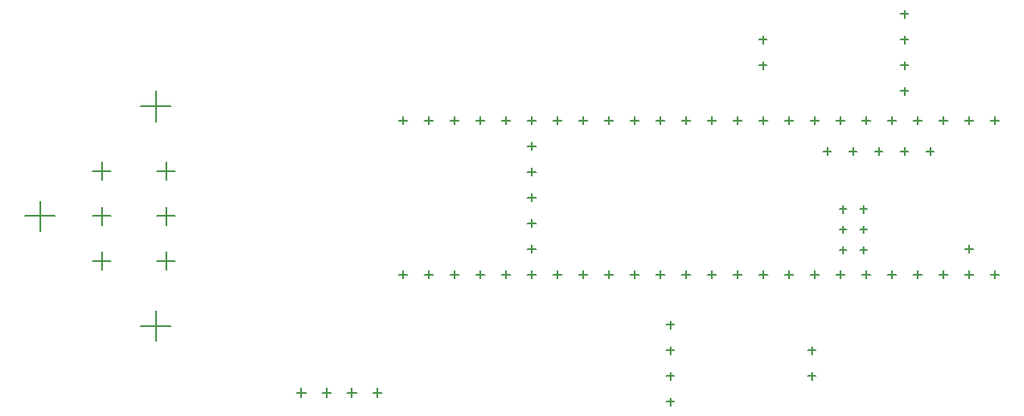
<source format=gbr>
%TF.GenerationSoftware,Altium Limited,Altium Designer,24.10.1 (45)*%
G04 Layer_Color=128*
%FSLAX45Y45*%
%MOMM*%
%TF.SameCoordinates,7F7612D6-C118-48B3-99A1-FC737374F31D*%
%TF.FilePolarity,Positive*%
%TF.FileFunction,Drillmap*%
%TF.Part,Single*%
G01*
G75*
%TA.AperFunction,NonConductor*%
%ADD26C,0.12700*%
D26*
X841100Y2369700D02*
X1140100D01*
X990600Y2220200D02*
Y2519200D01*
X1984100Y3456700D02*
X2283100D01*
X2133600Y3307200D02*
Y3606200D01*
X1984100Y1282700D02*
X2283100D01*
X2133600Y1133200D02*
Y1432200D01*
X1512600Y2814700D02*
X1688600D01*
X1600600Y2726700D02*
Y2902700D01*
X1512600Y1924700D02*
X1688600D01*
X1600600Y1836700D02*
Y2012700D01*
X2147600Y2814700D02*
X2323600D01*
X2235600Y2726700D02*
Y2902700D01*
X2147600Y2369700D02*
X2323600D01*
X2235600Y2281700D02*
Y2457700D01*
X2147600Y1924700D02*
X2323600D01*
X2235600Y1836700D02*
Y2012700D01*
X1512600Y2369700D02*
X1688600D01*
X1600600Y2281700D02*
Y2457700D01*
X8572500Y787400D02*
X8648700D01*
X8610600Y749300D02*
Y825500D01*
X8572500Y1041400D02*
X8648700D01*
X8610600Y1003300D02*
Y1079500D01*
X7175500Y1295400D02*
X7251700D01*
X7213600Y1257300D02*
Y1333500D01*
X7175500Y1041400D02*
X7251700D01*
X7213600Y1003300D02*
Y1079500D01*
X7175500Y787400D02*
X7251700D01*
X7213600Y749300D02*
Y825500D01*
X7175500Y533400D02*
X7251700D01*
X7213600Y495300D02*
Y571500D01*
X6564000Y1790700D02*
X6644000D01*
X6604000Y1750700D02*
Y1830700D01*
X6310000Y1790700D02*
X6390000D01*
X6350000Y1750700D02*
Y1830700D01*
X6056000Y1790700D02*
X6136000D01*
X6096000Y1750700D02*
Y1830700D01*
X5802000Y1790700D02*
X5882000D01*
X5842000Y1750700D02*
Y1830700D01*
X5548000Y1790700D02*
X5628000D01*
X5588000Y1750700D02*
Y1830700D01*
X5294000Y1790700D02*
X5374000D01*
X5334000Y1750700D02*
Y1830700D01*
X5040000Y1790700D02*
X5120000D01*
X5080000Y1750700D02*
Y1830700D01*
X4786000Y1790700D02*
X4866000D01*
X4826000Y1750700D02*
Y1830700D01*
X4532000Y1790700D02*
X4612000D01*
X4572000Y1750700D02*
Y1830700D01*
X4532000Y3314700D02*
X4612000D01*
X4572000Y3274700D02*
Y3354700D01*
X4786000Y3314700D02*
X4866000D01*
X4826000Y3274700D02*
Y3354700D01*
X5040000Y3314700D02*
X5120000D01*
X5080000Y3274700D02*
Y3354700D01*
X5294000Y3314700D02*
X5374000D01*
X5334000Y3274700D02*
Y3354700D01*
X5548000Y3314700D02*
X5628000D01*
X5588000Y3274700D02*
Y3354700D01*
X5802000Y3314700D02*
X5882000D01*
X5842000Y3274700D02*
Y3354700D01*
X6056000Y3314700D02*
X6136000D01*
X6096000Y3274700D02*
Y3354700D01*
X6310000Y3314700D02*
X6390000D01*
X6350000Y3274700D02*
Y3354700D01*
X6564000Y3314700D02*
X6644000D01*
X6604000Y3274700D02*
Y3354700D01*
X10374000Y1790700D02*
X10454000D01*
X10414000Y1750700D02*
Y1830700D01*
X10120000Y1790700D02*
X10200000D01*
X10160000Y1750700D02*
Y1830700D01*
X9866000Y1790700D02*
X9946000D01*
X9906000Y1750700D02*
Y1830700D01*
X9612000Y1790700D02*
X9692000D01*
X9652000Y1750700D02*
Y1830700D01*
X9358000Y1790700D02*
X9438000D01*
X9398000Y1750700D02*
Y1830700D01*
X9104000Y1790700D02*
X9184000D01*
X9144000Y1750700D02*
Y1830700D01*
X8850000Y1790700D02*
X8930000D01*
X8890000Y1750700D02*
Y1830700D01*
X8596000Y1790700D02*
X8676000D01*
X8636000Y1750700D02*
Y1830700D01*
X8342000Y1790700D02*
X8422000D01*
X8382000Y1750700D02*
Y1830700D01*
X8088000Y1790700D02*
X8168000D01*
X8128000Y1750700D02*
Y1830700D01*
X7834000Y1790700D02*
X7914000D01*
X7874000Y1750700D02*
Y1830700D01*
X7580000Y1790700D02*
X7660000D01*
X7620000Y1750700D02*
Y1830700D01*
X7326000Y1790700D02*
X7406000D01*
X7366000Y1750700D02*
Y1830700D01*
X7072000Y1790700D02*
X7152000D01*
X7112000Y1750700D02*
Y1830700D01*
X6818000Y3314700D02*
X6898000D01*
X6858000Y3274700D02*
Y3354700D01*
X7072000Y3314700D02*
X7152000D01*
X7112000Y3274700D02*
Y3354700D01*
X7326000Y3314700D02*
X7406000D01*
X7366000Y3274700D02*
Y3354700D01*
X7580000Y3314700D02*
X7660000D01*
X7620000Y3274700D02*
Y3354700D01*
X7834000Y3314700D02*
X7914000D01*
X7874000Y3274700D02*
Y3354700D01*
X8088000Y3314700D02*
X8168000D01*
X8128000Y3274700D02*
Y3354700D01*
X8342000Y3314700D02*
X8422000D01*
X8382000Y3274700D02*
Y3354700D01*
X8596000Y3314700D02*
X8676000D01*
X8636000Y3274700D02*
Y3354700D01*
X8850000Y3314700D02*
X8930000D01*
X8890000Y3274700D02*
Y3354700D01*
X9104000Y3314700D02*
X9184000D01*
X9144000Y3274700D02*
Y3354700D01*
X9358000Y3314700D02*
X9438000D01*
X9398000Y3274700D02*
Y3354700D01*
X9612000Y3314700D02*
X9692000D01*
X9652000Y3274700D02*
Y3354700D01*
X9866000Y3314700D02*
X9946000D01*
X9906000Y3274700D02*
Y3354700D01*
X8725500Y3009700D02*
X8800500D01*
X8763000Y2972200D02*
Y3047200D01*
X8979500Y3009700D02*
X9054500D01*
X9017000Y2972200D02*
Y3047200D01*
X9233500Y3009700D02*
X9308500D01*
X9271000Y2972200D02*
Y3047200D01*
X9487500Y3009700D02*
X9562500D01*
X9525000Y2972200D02*
Y3047200D01*
X9741500Y3009700D02*
X9816500D01*
X9779000Y2972200D02*
Y3047200D01*
X9082000Y2435700D02*
X9152000D01*
X9117000Y2400700D02*
Y2470700D01*
X9082000Y2235700D02*
X9152000D01*
X9117000Y2200700D02*
Y2270700D01*
X8882000Y2435700D02*
X8952000D01*
X8917000Y2400700D02*
Y2470700D01*
X8882000Y2235700D02*
X8952000D01*
X8917000Y2200700D02*
Y2270700D01*
X9082000Y2035700D02*
X9152000D01*
X9117000Y2000700D02*
Y2070700D01*
X8882000Y2035700D02*
X8952000D01*
X8917000Y2000700D02*
Y2070700D01*
X6818000Y1790700D02*
X6898000D01*
X6858000Y1750700D02*
Y1830700D01*
X5802000Y2298700D02*
X5882000D01*
X5842000Y2258700D02*
Y2338700D01*
X10120000Y2044700D02*
X10200000D01*
X10160000Y2004700D02*
Y2084700D01*
X5802000Y2044700D02*
X5882000D01*
X5842000Y2004700D02*
Y2084700D01*
X5802000Y2552700D02*
X5882000D01*
X5842000Y2512700D02*
Y2592700D01*
X5802000Y2806700D02*
X5882000D01*
X5842000Y2766700D02*
Y2846700D01*
X5802000Y3060700D02*
X5882000D01*
X5842000Y3020700D02*
Y3100700D01*
X10120000Y3314700D02*
X10200000D01*
X10160000Y3274700D02*
Y3354700D01*
X10374000Y3314700D02*
X10454000D01*
X10414000Y3274700D02*
Y3354700D01*
X8089900Y4114800D02*
X8166100D01*
X8128000Y4076700D02*
Y4152900D01*
X8089900Y3860800D02*
X8166100D01*
X8128000Y3822700D02*
Y3898900D01*
X9486900Y3606800D02*
X9563100D01*
X9525000Y3568700D02*
Y3644900D01*
X9486900Y3860800D02*
X9563100D01*
X9525000Y3822700D02*
Y3898900D01*
X9486900Y4114800D02*
X9563100D01*
X9525000Y4076700D02*
Y4152900D01*
X9486900Y4368800D02*
X9563100D01*
X9525000Y4330700D02*
Y4406900D01*
X3523700Y622300D02*
X3613700D01*
X3568700Y577300D02*
Y667300D01*
X3773700Y622300D02*
X3863700D01*
X3818700Y577300D02*
Y667300D01*
X4023700Y622300D02*
X4113700D01*
X4068700Y577300D02*
Y667300D01*
X4273700Y622300D02*
X4363700D01*
X4318700Y577300D02*
Y667300D01*
%TF.MD5,29194aa7eef50ff409096dda73a4650c*%
M02*

</source>
